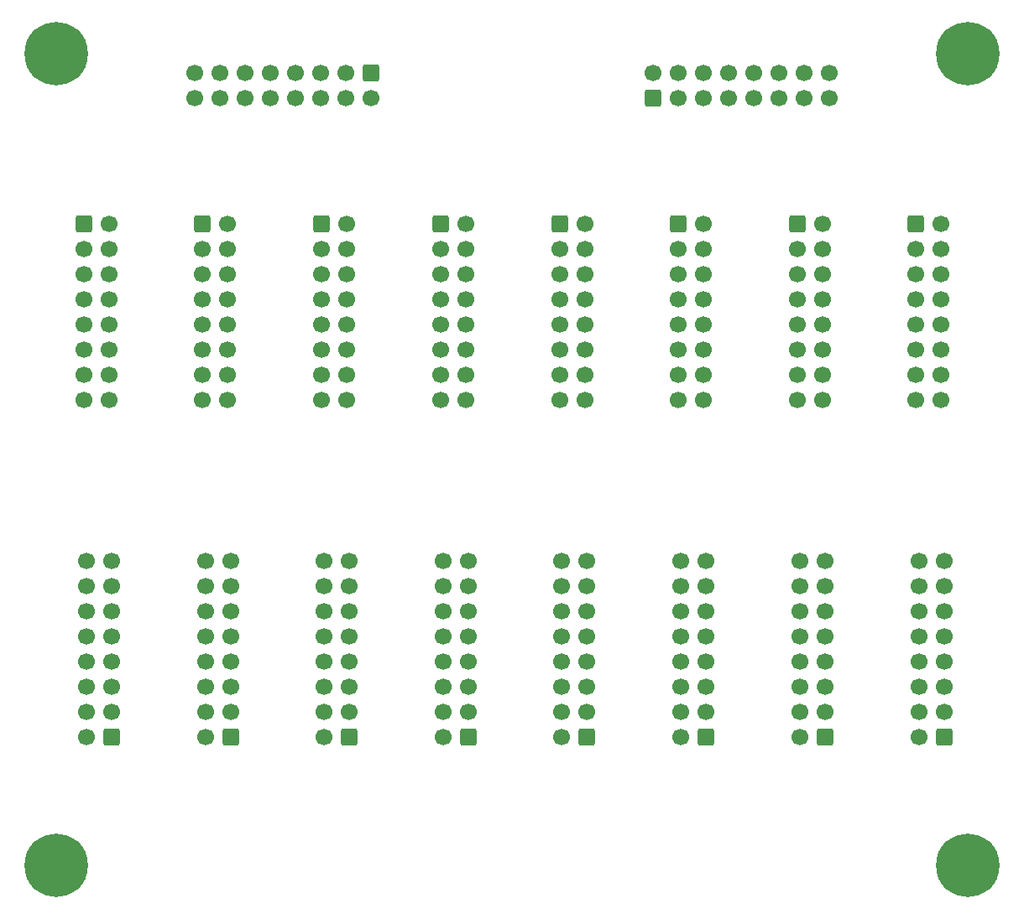
<source format=gbr>
%TF.GenerationSoftware,KiCad,Pcbnew,8.0.3*%
%TF.CreationDate,2024-07-08T20:03:56-04:00*%
%TF.ProjectId,eurorack-power-bus,6575726f-7261-4636-9b2d-706f7765722d,rev?*%
%TF.SameCoordinates,Original*%
%TF.FileFunction,Soldermask,Bot*%
%TF.FilePolarity,Negative*%
%FSLAX46Y46*%
G04 Gerber Fmt 4.6, Leading zero omitted, Abs format (unit mm)*
G04 Created by KiCad (PCBNEW 8.0.3) date 2024-07-08 20:03:56*
%MOMM*%
%LPD*%
G01*
G04 APERTURE LIST*
G04 Aperture macros list*
%AMRoundRect*
0 Rectangle with rounded corners*
0 $1 Rounding radius*
0 $2 $3 $4 $5 $6 $7 $8 $9 X,Y pos of 4 corners*
0 Add a 4 corners polygon primitive as box body*
4,1,4,$2,$3,$4,$5,$6,$7,$8,$9,$2,$3,0*
0 Add four circle primitives for the rounded corners*
1,1,$1+$1,$2,$3*
1,1,$1+$1,$4,$5*
1,1,$1+$1,$6,$7*
1,1,$1+$1,$8,$9*
0 Add four rect primitives between the rounded corners*
20,1,$1+$1,$2,$3,$4,$5,0*
20,1,$1+$1,$4,$5,$6,$7,0*
20,1,$1+$1,$6,$7,$8,$9,0*
20,1,$1+$1,$8,$9,$2,$3,0*%
G04 Aperture macros list end*
%ADD10RoundRect,0.250000X-0.600000X-0.600000X0.600000X-0.600000X0.600000X0.600000X-0.600000X0.600000X0*%
%ADD11C,1.700000*%
%ADD12C,6.400000*%
%ADD13RoundRect,0.250000X0.600000X0.600000X-0.600000X0.600000X-0.600000X-0.600000X0.600000X-0.600000X0*%
%ADD14RoundRect,0.250000X0.600000X-0.600000X0.600000X0.600000X-0.600000X0.600000X-0.600000X-0.600000X0*%
%ADD15RoundRect,0.250000X-0.600000X0.600000X-0.600000X-0.600000X0.600000X-0.600000X0.600000X0.600000X0*%
G04 APERTURE END LIST*
D10*
%TO.C,J10*%
X179747500Y-83720000D03*
D11*
X182287500Y-83720000D03*
X179747500Y-86260000D03*
X182287500Y-86260000D03*
X179747500Y-88800000D03*
X182287500Y-88800000D03*
X179747500Y-91340000D03*
X182287500Y-91340000D03*
X179747500Y-93880000D03*
X182287500Y-93880000D03*
X179747500Y-96420000D03*
X182287500Y-96420000D03*
X179747500Y-98960000D03*
X182287500Y-98960000D03*
X179747500Y-101500000D03*
X182287500Y-101500000D03*
%TD*%
D12*
%TO.C,M4*%
X185000000Y-148500000D03*
%TD*%
D13*
%TO.C,J18*%
X98597500Y-135540000D03*
D11*
X96057500Y-135540000D03*
X98597500Y-133000000D03*
X96057500Y-133000000D03*
X98597500Y-130460000D03*
X96057500Y-130460000D03*
X98597500Y-127920000D03*
X96057500Y-127920000D03*
X98597500Y-125380000D03*
X96057500Y-125380000D03*
X98597500Y-122840000D03*
X96057500Y-122840000D03*
X98597500Y-120300000D03*
X96057500Y-120300000D03*
X98597500Y-117760000D03*
X96057500Y-117760000D03*
%TD*%
D10*
%TO.C,J5*%
X119762500Y-83720000D03*
D11*
X122302500Y-83720000D03*
X119762500Y-86260000D03*
X122302500Y-86260000D03*
X119762500Y-88800000D03*
X122302500Y-88800000D03*
X119762500Y-91340000D03*
X122302500Y-91340000D03*
X119762500Y-93880000D03*
X122302500Y-93880000D03*
X119762500Y-96420000D03*
X122302500Y-96420000D03*
X119762500Y-98960000D03*
X122302500Y-98960000D03*
X119762500Y-101500000D03*
X122302500Y-101500000D03*
%TD*%
D13*
%TO.C,J16*%
X122567500Y-135540000D03*
D11*
X120027500Y-135540000D03*
X122567500Y-133000000D03*
X120027500Y-133000000D03*
X122567500Y-130460000D03*
X120027500Y-130460000D03*
X122567500Y-127920000D03*
X120027500Y-127920000D03*
X122567500Y-125380000D03*
X120027500Y-125380000D03*
X122567500Y-122840000D03*
X120027500Y-122840000D03*
X122567500Y-120300000D03*
X120027500Y-120300000D03*
X122567500Y-117760000D03*
X120027500Y-117760000D03*
%TD*%
D10*
%TO.C,J3*%
X95792500Y-83720000D03*
D11*
X98332500Y-83720000D03*
X95792500Y-86260000D03*
X98332500Y-86260000D03*
X95792500Y-88800000D03*
X98332500Y-88800000D03*
X95792500Y-91340000D03*
X98332500Y-91340000D03*
X95792500Y-93880000D03*
X98332500Y-93880000D03*
X95792500Y-96420000D03*
X98332500Y-96420000D03*
X95792500Y-98960000D03*
X98332500Y-98960000D03*
X95792500Y-101500000D03*
X98332500Y-101500000D03*
%TD*%
D13*
%TO.C,J15*%
X134552500Y-135540000D03*
D11*
X132012500Y-135540000D03*
X134552500Y-133000000D03*
X132012500Y-133000000D03*
X134552500Y-130460000D03*
X132012500Y-130460000D03*
X134552500Y-127920000D03*
X132012500Y-127920000D03*
X134552500Y-125380000D03*
X132012500Y-125380000D03*
X134552500Y-122840000D03*
X132012500Y-122840000D03*
X134552500Y-120300000D03*
X132012500Y-120300000D03*
X134552500Y-117760000D03*
X132012500Y-117760000D03*
%TD*%
D13*
%TO.C,J17*%
X110582500Y-135540000D03*
D11*
X108042500Y-135540000D03*
X110582500Y-133000000D03*
X108042500Y-133000000D03*
X110582500Y-130460000D03*
X108042500Y-130460000D03*
X110582500Y-127920000D03*
X108042500Y-127920000D03*
X110582500Y-125380000D03*
X108042500Y-125380000D03*
X110582500Y-122840000D03*
X108042500Y-122840000D03*
X110582500Y-120300000D03*
X108042500Y-120300000D03*
X110582500Y-117760000D03*
X108042500Y-117760000D03*
%TD*%
D13*
%TO.C,J12*%
X170562500Y-135540000D03*
D11*
X168022500Y-135540000D03*
X170562500Y-133000000D03*
X168022500Y-133000000D03*
X170562500Y-130460000D03*
X168022500Y-130460000D03*
X170562500Y-127920000D03*
X168022500Y-127920000D03*
X170562500Y-125380000D03*
X168022500Y-125380000D03*
X170562500Y-122840000D03*
X168022500Y-122840000D03*
X170562500Y-120300000D03*
X168022500Y-120300000D03*
X170562500Y-117760000D03*
X168022500Y-117760000D03*
%TD*%
D10*
%TO.C,J6*%
X131747500Y-83720000D03*
D11*
X134287500Y-83720000D03*
X131747500Y-86260000D03*
X134287500Y-86260000D03*
X131747500Y-88800000D03*
X134287500Y-88800000D03*
X131747500Y-91340000D03*
X134287500Y-91340000D03*
X131747500Y-93880000D03*
X134287500Y-93880000D03*
X131747500Y-96420000D03*
X134287500Y-96420000D03*
X131747500Y-98960000D03*
X134287500Y-98960000D03*
X131747500Y-101500000D03*
X134287500Y-101500000D03*
%TD*%
D10*
%TO.C,J8*%
X155777500Y-83720000D03*
D11*
X158317500Y-83720000D03*
X155777500Y-86260000D03*
X158317500Y-86260000D03*
X155777500Y-88800000D03*
X158317500Y-88800000D03*
X155777500Y-91340000D03*
X158317500Y-91340000D03*
X155777500Y-93880000D03*
X158317500Y-93880000D03*
X155777500Y-96420000D03*
X158317500Y-96420000D03*
X155777500Y-98960000D03*
X158317500Y-98960000D03*
X155777500Y-101500000D03*
X158317500Y-101500000D03*
%TD*%
D10*
%TO.C,J7*%
X143792500Y-83720000D03*
D11*
X146332500Y-83720000D03*
X143792500Y-86260000D03*
X146332500Y-86260000D03*
X143792500Y-88800000D03*
X146332500Y-88800000D03*
X143792500Y-91340000D03*
X146332500Y-91340000D03*
X143792500Y-93880000D03*
X146332500Y-93880000D03*
X143792500Y-96420000D03*
X146332500Y-96420000D03*
X143792500Y-98960000D03*
X146332500Y-98960000D03*
X143792500Y-101500000D03*
X146332500Y-101500000D03*
%TD*%
D12*
%TO.C,M1*%
X93000000Y-66500000D03*
%TD*%
D13*
%TO.C,J14*%
X146537500Y-135540000D03*
D11*
X143997500Y-135540000D03*
X146537500Y-133000000D03*
X143997500Y-133000000D03*
X146537500Y-130460000D03*
X143997500Y-130460000D03*
X146537500Y-127920000D03*
X143997500Y-127920000D03*
X146537500Y-125380000D03*
X143997500Y-125380000D03*
X146537500Y-122840000D03*
X143997500Y-122840000D03*
X146537500Y-120300000D03*
X143997500Y-120300000D03*
X146537500Y-117760000D03*
X143997500Y-117760000D03*
%TD*%
D13*
%TO.C,J11*%
X182547500Y-135540000D03*
D11*
X180007500Y-135540000D03*
X182547500Y-133000000D03*
X180007500Y-133000000D03*
X182547500Y-130460000D03*
X180007500Y-130460000D03*
X182547500Y-127920000D03*
X180007500Y-127920000D03*
X182547500Y-125380000D03*
X180007500Y-125380000D03*
X182547500Y-122840000D03*
X180007500Y-122840000D03*
X182547500Y-120300000D03*
X180007500Y-120300000D03*
X182547500Y-117760000D03*
X180007500Y-117760000D03*
%TD*%
D10*
%TO.C,J4*%
X107777500Y-83720000D03*
D11*
X110317500Y-83720000D03*
X107777500Y-86260000D03*
X110317500Y-86260000D03*
X107777500Y-88800000D03*
X110317500Y-88800000D03*
X107777500Y-91340000D03*
X110317500Y-91340000D03*
X107777500Y-93880000D03*
X110317500Y-93880000D03*
X107777500Y-96420000D03*
X110317500Y-96420000D03*
X107777500Y-98960000D03*
X110317500Y-98960000D03*
X107777500Y-101500000D03*
X110317500Y-101500000D03*
%TD*%
D13*
%TO.C,J13*%
X158522500Y-135540000D03*
D11*
X155982500Y-135540000D03*
X158522500Y-133000000D03*
X155982500Y-133000000D03*
X158522500Y-130460000D03*
X155982500Y-130460000D03*
X158522500Y-127920000D03*
X155982500Y-127920000D03*
X158522500Y-125380000D03*
X155982500Y-125380000D03*
X158522500Y-122840000D03*
X155982500Y-122840000D03*
X158522500Y-120300000D03*
X155982500Y-120300000D03*
X158522500Y-117760000D03*
X155982500Y-117760000D03*
%TD*%
D10*
%TO.C,J9*%
X167762500Y-83720000D03*
D11*
X170302500Y-83720000D03*
X167762500Y-86260000D03*
X170302500Y-86260000D03*
X167762500Y-88800000D03*
X170302500Y-88800000D03*
X167762500Y-91340000D03*
X170302500Y-91340000D03*
X167762500Y-93880000D03*
X170302500Y-93880000D03*
X167762500Y-96420000D03*
X170302500Y-96420000D03*
X167762500Y-98960000D03*
X170302500Y-98960000D03*
X167762500Y-101500000D03*
X170302500Y-101500000D03*
%TD*%
D12*
%TO.C,M3*%
X93000000Y-148500000D03*
%TD*%
%TO.C,M2*%
X185000000Y-66500000D03*
%TD*%
D11*
%TO.C,J2*%
X171022531Y-68460000D03*
X171022531Y-71000000D03*
X168482531Y-68460000D03*
X168482531Y-71000000D03*
X165942531Y-68460000D03*
X165942531Y-71000000D03*
X163402531Y-68460000D03*
X163402531Y-71000000D03*
X160862531Y-68460000D03*
X160862531Y-71000000D03*
X158322531Y-68460000D03*
X158322531Y-71000000D03*
X155782531Y-68460000D03*
X155782531Y-71000000D03*
X153242531Y-68460000D03*
D14*
X153242531Y-71000000D03*
%TD*%
D11*
%TO.C,J1*%
X106977469Y-71000000D03*
X106977469Y-68460000D03*
X109517469Y-71000000D03*
X109517469Y-68460000D03*
X112057469Y-71000000D03*
X112057469Y-68460000D03*
X114597469Y-71000000D03*
X114597469Y-68460000D03*
X117137469Y-71000000D03*
X117137469Y-68460000D03*
X119677469Y-71000000D03*
X119677469Y-68460000D03*
X122217469Y-71000000D03*
X122217469Y-68460000D03*
X124757469Y-71000000D03*
D15*
X124757469Y-68460000D03*
%TD*%
M02*

</source>
